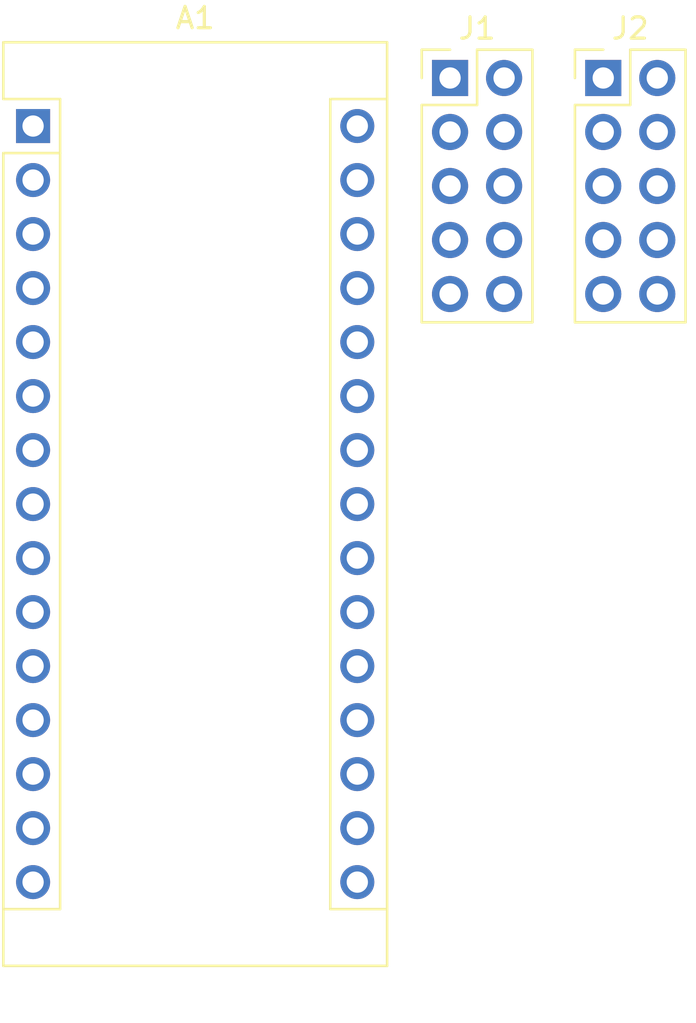
<source format=kicad_pcb>
(kicad_pcb (version 20171130) (host pcbnew "(5.1.6)-1")

  (general
    (thickness 1.6)
    (drawings 0)
    (tracks 0)
    (zones 0)
    (modules 3)
    (nets 45)
  )

  (page A4)
  (layers
    (0 F.Cu signal)
    (31 B.Cu signal)
    (32 B.Adhes user)
    (33 F.Adhes user)
    (34 B.Paste user)
    (35 F.Paste user)
    (36 B.SilkS user)
    (37 F.SilkS user)
    (38 B.Mask user)
    (39 F.Mask user)
    (40 Dwgs.User user)
    (41 Cmts.User user)
    (42 Eco1.User user)
    (43 Eco2.User user)
    (44 Edge.Cuts user)
    (45 Margin user)
    (46 B.CrtYd user)
    (47 F.CrtYd user)
    (48 B.Fab user)
    (49 F.Fab user)
  )

  (setup
    (last_trace_width 0.25)
    (trace_clearance 0.2)
    (zone_clearance 0.508)
    (zone_45_only no)
    (trace_min 0.2)
    (via_size 0.8)
    (via_drill 0.4)
    (via_min_size 0.4)
    (via_min_drill 0.3)
    (uvia_size 0.3)
    (uvia_drill 0.1)
    (uvias_allowed no)
    (uvia_min_size 0.2)
    (uvia_min_drill 0.1)
    (edge_width 0.05)
    (segment_width 0.2)
    (pcb_text_width 0.3)
    (pcb_text_size 1.5 1.5)
    (mod_edge_width 0.12)
    (mod_text_size 1 1)
    (mod_text_width 0.15)
    (pad_size 1.524 1.524)
    (pad_drill 0.762)
    (pad_to_mask_clearance 0.05)
    (aux_axis_origin 0 0)
    (visible_elements FFFFFF7F)
    (pcbplotparams
      (layerselection 0x010fc_ffffffff)
      (usegerberextensions false)
      (usegerberattributes true)
      (usegerberadvancedattributes true)
      (creategerberjobfile true)
      (excludeedgelayer true)
      (linewidth 0.100000)
      (plotframeref false)
      (viasonmask false)
      (mode 1)
      (useauxorigin false)
      (hpglpennumber 1)
      (hpglpenspeed 20)
      (hpglpendiameter 15.000000)
      (psnegative false)
      (psa4output false)
      (plotreference true)
      (plotvalue true)
      (plotinvisibletext false)
      (padsonsilk false)
      (subtractmaskfromsilk false)
      (outputformat 1)
      (mirror false)
      (drillshape 1)
      (scaleselection 1)
      (outputdirectory ""))
  )

  (net 0 "")
  (net 1 /SCLK)
  (net 2 /MISO)
  (net 3 "Net-(A1-Pad30)")
  (net 4 /MOSI)
  (net 5 "Net-(A1-Pad29)")
  (net 6 /DISPLAY_CS)
  (net 7 "Net-(A1-Pad28)")
  (net 8 "Net-(A1-Pad12)")
  (net 9 "Net-(A1-Pad27)")
  (net 10 /DISPLAY_RESET)
  (net 11 "Net-(A1-Pad26)")
  (net 12 "Net-(A1-Pad10)")
  (net 13 "Net-(A1-Pad25)")
  (net 14 "Net-(A1-Pad9)")
  (net 15 "Net-(A1-Pad24)")
  (net 16 "Net-(A1-Pad8)")
  (net 17 "Net-(A1-Pad23)")
  (net 18 /ENC_BTN)
  (net 19 "Net-(A1-Pad22)")
  (net 20 /ENC_3)
  (net 21 "Net-(A1-Pad21)")
  (net 22 /ENC_1)
  (net 23 "Net-(A1-Pad20)")
  (net 24 "Net-(A1-Pad4)")
  (net 25 "Net-(A1-Pad19)")
  (net 26 "Net-(A1-Pad3)")
  (net 27 "Net-(A1-Pad18)")
  (net 28 "Net-(A1-Pad2)")
  (net 29 "Net-(A1-Pad17)")
  (net 30 "Net-(A1-Pad1)")
  (net 31 /+5V)
  (net 32 GND)
  (net 33 "Net-(J1-Pad8)")
  (net 34 "Net-(J1-Pad7)")
  (net 35 "Net-(J1-Pad6)")
  (net 36 /BEEPER)
  (net 37 "Net-(J2-Pad10)")
  (net 38 /STOP_BTN)
  (net 39 "Net-(J2-Pad7)")
  (net 40 "Net-(J2-Pad6)")
  (net 41 /ENC_2)
  (net 42 "Net-(J2-Pad4)")
  (net 43 "Net-(J2-Pad2)")
  (net 44 "Net-(J2-Pad1)")

  (net_class Default "This is the default net class."
    (clearance 0.2)
    (trace_width 0.25)
    (via_dia 0.8)
    (via_drill 0.4)
    (uvia_dia 0.3)
    (uvia_drill 0.1)
    (add_net /+5V)
    (add_net /BEEPER)
    (add_net /DISPLAY_CS)
    (add_net /DISPLAY_RESET)
    (add_net /ENC_1)
    (add_net /ENC_2)
    (add_net /ENC_3)
    (add_net /ENC_BTN)
    (add_net /MISO)
    (add_net /MOSI)
    (add_net /SCLK)
    (add_net /STOP_BTN)
    (add_net GND)
    (add_net "Net-(A1-Pad1)")
    (add_net "Net-(A1-Pad10)")
    (add_net "Net-(A1-Pad12)")
    (add_net "Net-(A1-Pad17)")
    (add_net "Net-(A1-Pad18)")
    (add_net "Net-(A1-Pad19)")
    (add_net "Net-(A1-Pad2)")
    (add_net "Net-(A1-Pad20)")
    (add_net "Net-(A1-Pad21)")
    (add_net "Net-(A1-Pad22)")
    (add_net "Net-(A1-Pad23)")
    (add_net "Net-(A1-Pad24)")
    (add_net "Net-(A1-Pad25)")
    (add_net "Net-(A1-Pad26)")
    (add_net "Net-(A1-Pad27)")
    (add_net "Net-(A1-Pad28)")
    (add_net "Net-(A1-Pad29)")
    (add_net "Net-(A1-Pad3)")
    (add_net "Net-(A1-Pad30)")
    (add_net "Net-(A1-Pad4)")
    (add_net "Net-(A1-Pad8)")
    (add_net "Net-(A1-Pad9)")
    (add_net "Net-(J1-Pad6)")
    (add_net "Net-(J1-Pad7)")
    (add_net "Net-(J1-Pad8)")
    (add_net "Net-(J2-Pad1)")
    (add_net "Net-(J2-Pad10)")
    (add_net "Net-(J2-Pad2)")
    (add_net "Net-(J2-Pad4)")
    (add_net "Net-(J2-Pad6)")
    (add_net "Net-(J2-Pad7)")
  )

  (module Connector_PinHeader_2.54mm:PinHeader_2x05_P2.54mm_Vertical (layer F.Cu) (tedit 59FED5CC) (tstamp 5EDC3017)
    (at 95 45.94)
    (descr "Through hole straight pin header, 2x05, 2.54mm pitch, double rows")
    (tags "Through hole pin header THT 2x05 2.54mm double row")
    (path /5EDC0ED1)
    (fp_text reference J2 (at 1.27 -2.33) (layer F.SilkS)
      (effects (font (size 1 1) (thickness 0.15)))
    )
    (fp_text value EXP2 (at 1.27 12.49) (layer F.Fab)
      (effects (font (size 1 1) (thickness 0.15)))
    )
    (fp_text user %R (at 1.27 5.08 90) (layer F.Fab)
      (effects (font (size 1 1) (thickness 0.15)))
    )
    (fp_line (start 0 -1.27) (end 3.81 -1.27) (layer F.Fab) (width 0.1))
    (fp_line (start 3.81 -1.27) (end 3.81 11.43) (layer F.Fab) (width 0.1))
    (fp_line (start 3.81 11.43) (end -1.27 11.43) (layer F.Fab) (width 0.1))
    (fp_line (start -1.27 11.43) (end -1.27 0) (layer F.Fab) (width 0.1))
    (fp_line (start -1.27 0) (end 0 -1.27) (layer F.Fab) (width 0.1))
    (fp_line (start -1.33 11.49) (end 3.87 11.49) (layer F.SilkS) (width 0.12))
    (fp_line (start -1.33 1.27) (end -1.33 11.49) (layer F.SilkS) (width 0.12))
    (fp_line (start 3.87 -1.33) (end 3.87 11.49) (layer F.SilkS) (width 0.12))
    (fp_line (start -1.33 1.27) (end 1.27 1.27) (layer F.SilkS) (width 0.12))
    (fp_line (start 1.27 1.27) (end 1.27 -1.33) (layer F.SilkS) (width 0.12))
    (fp_line (start 1.27 -1.33) (end 3.87 -1.33) (layer F.SilkS) (width 0.12))
    (fp_line (start -1.33 0) (end -1.33 -1.33) (layer F.SilkS) (width 0.12))
    (fp_line (start -1.33 -1.33) (end 0 -1.33) (layer F.SilkS) (width 0.12))
    (fp_line (start -1.8 -1.8) (end -1.8 11.95) (layer F.CrtYd) (width 0.05))
    (fp_line (start -1.8 11.95) (end 4.35 11.95) (layer F.CrtYd) (width 0.05))
    (fp_line (start 4.35 11.95) (end 4.35 -1.8) (layer F.CrtYd) (width 0.05))
    (fp_line (start 4.35 -1.8) (end -1.8 -1.8) (layer F.CrtYd) (width 0.05))
    (pad 10 thru_hole oval (at 2.54 10.16) (size 1.7 1.7) (drill 1) (layers *.Cu *.Mask)
      (net 37 "Net-(J2-Pad10)"))
    (pad 9 thru_hole oval (at 0 10.16) (size 1.7 1.7) (drill 1) (layers *.Cu *.Mask)
      (net 32 GND))
    (pad 8 thru_hole oval (at 2.54 7.62) (size 1.7 1.7) (drill 1) (layers *.Cu *.Mask)
      (net 38 /STOP_BTN))
    (pad 7 thru_hole oval (at 0 7.62) (size 1.7 1.7) (drill 1) (layers *.Cu *.Mask)
      (net 39 "Net-(J2-Pad7)"))
    (pad 6 thru_hole oval (at 2.54 5.08) (size 1.7 1.7) (drill 1) (layers *.Cu *.Mask)
      (net 40 "Net-(J2-Pad6)"))
    (pad 5 thru_hole oval (at 0 5.08) (size 1.7 1.7) (drill 1) (layers *.Cu *.Mask)
      (net 41 /ENC_2))
    (pad 4 thru_hole oval (at 2.54 2.54) (size 1.7 1.7) (drill 1) (layers *.Cu *.Mask)
      (net 42 "Net-(J2-Pad4)"))
    (pad 3 thru_hole oval (at 0 2.54) (size 1.7 1.7) (drill 1) (layers *.Cu *.Mask)
      (net 22 /ENC_1))
    (pad 2 thru_hole oval (at 2.54 0) (size 1.7 1.7) (drill 1) (layers *.Cu *.Mask)
      (net 43 "Net-(J2-Pad2)"))
    (pad 1 thru_hole rect (at 0 0) (size 1.7 1.7) (drill 1) (layers *.Cu *.Mask)
      (net 44 "Net-(J2-Pad1)"))
    (model ${KISYS3DMOD}/Connector_PinHeader_2.54mm.3dshapes/PinHeader_2x05_P2.54mm_Vertical.wrl
      (at (xyz 0 0 0))
      (scale (xyz 1 1 1))
      (rotate (xyz 0 0 0))
    )
  )

  (module Connector_PinHeader_2.54mm:PinHeader_2x05_P2.54mm_Vertical (layer F.Cu) (tedit 59FED5CC) (tstamp 5EDC2FF7)
    (at 87.8 45.94)
    (descr "Through hole straight pin header, 2x05, 2.54mm pitch, double rows")
    (tags "Through hole pin header THT 2x05 2.54mm double row")
    (path /5EDBEF4B)
    (fp_text reference J1 (at 1.27 -2.33) (layer F.SilkS)
      (effects (font (size 1 1) (thickness 0.15)))
    )
    (fp_text value EXP1 (at 1.27 12.49) (layer F.Fab)
      (effects (font (size 1 1) (thickness 0.15)))
    )
    (fp_text user %R (at 1.27 5.08 90) (layer F.Fab)
      (effects (font (size 1 1) (thickness 0.15)))
    )
    (fp_line (start 0 -1.27) (end 3.81 -1.27) (layer F.Fab) (width 0.1))
    (fp_line (start 3.81 -1.27) (end 3.81 11.43) (layer F.Fab) (width 0.1))
    (fp_line (start 3.81 11.43) (end -1.27 11.43) (layer F.Fab) (width 0.1))
    (fp_line (start -1.27 11.43) (end -1.27 0) (layer F.Fab) (width 0.1))
    (fp_line (start -1.27 0) (end 0 -1.27) (layer F.Fab) (width 0.1))
    (fp_line (start -1.33 11.49) (end 3.87 11.49) (layer F.SilkS) (width 0.12))
    (fp_line (start -1.33 1.27) (end -1.33 11.49) (layer F.SilkS) (width 0.12))
    (fp_line (start 3.87 -1.33) (end 3.87 11.49) (layer F.SilkS) (width 0.12))
    (fp_line (start -1.33 1.27) (end 1.27 1.27) (layer F.SilkS) (width 0.12))
    (fp_line (start 1.27 1.27) (end 1.27 -1.33) (layer F.SilkS) (width 0.12))
    (fp_line (start 1.27 -1.33) (end 3.87 -1.33) (layer F.SilkS) (width 0.12))
    (fp_line (start -1.33 0) (end -1.33 -1.33) (layer F.SilkS) (width 0.12))
    (fp_line (start -1.33 -1.33) (end 0 -1.33) (layer F.SilkS) (width 0.12))
    (fp_line (start -1.8 -1.8) (end -1.8 11.95) (layer F.CrtYd) (width 0.05))
    (fp_line (start -1.8 11.95) (end 4.35 11.95) (layer F.CrtYd) (width 0.05))
    (fp_line (start 4.35 11.95) (end 4.35 -1.8) (layer F.CrtYd) (width 0.05))
    (fp_line (start 4.35 -1.8) (end -1.8 -1.8) (layer F.CrtYd) (width 0.05))
    (pad 10 thru_hole oval (at 2.54 10.16) (size 1.7 1.7) (drill 1) (layers *.Cu *.Mask)
      (net 31 /+5V))
    (pad 9 thru_hole oval (at 0 10.16) (size 1.7 1.7) (drill 1) (layers *.Cu *.Mask)
      (net 32 GND))
    (pad 8 thru_hole oval (at 2.54 7.62) (size 1.7 1.7) (drill 1) (layers *.Cu *.Mask)
      (net 33 "Net-(J1-Pad8)"))
    (pad 7 thru_hole oval (at 0 7.62) (size 1.7 1.7) (drill 1) (layers *.Cu *.Mask)
      (net 34 "Net-(J1-Pad7)"))
    (pad 6 thru_hole oval (at 2.54 5.08) (size 1.7 1.7) (drill 1) (layers *.Cu *.Mask)
      (net 35 "Net-(J1-Pad6)"))
    (pad 5 thru_hole oval (at 0 5.08) (size 1.7 1.7) (drill 1) (layers *.Cu *.Mask)
      (net 1 /SCLK))
    (pad 4 thru_hole oval (at 2.54 2.54) (size 1.7 1.7) (drill 1) (layers *.Cu *.Mask)
      (net 6 /DISPLAY_CS))
    (pad 3 thru_hole oval (at 0 2.54) (size 1.7 1.7) (drill 1) (layers *.Cu *.Mask)
      (net 4 /MOSI))
    (pad 2 thru_hole oval (at 2.54 0) (size 1.7 1.7) (drill 1) (layers *.Cu *.Mask)
      (net 18 /ENC_BTN))
    (pad 1 thru_hole rect (at 0 0) (size 1.7 1.7) (drill 1) (layers *.Cu *.Mask)
      (net 36 /BEEPER))
    (model ${KISYS3DMOD}/Connector_PinHeader_2.54mm.3dshapes/PinHeader_2x05_P2.54mm_Vertical.wrl
      (at (xyz 0 0 0))
      (scale (xyz 1 1 1))
      (rotate (xyz 0 0 0))
    )
  )

  (module Module:Arduino_Nano (layer F.Cu) (tedit 58ACAF70) (tstamp 5EDC2FD7)
    (at 68.2 48.2)
    (descr "Arduino Nano, http://www.mouser.com/pdfdocs/Gravitech_Arduino_Nano3_0.pdf")
    (tags "Arduino Nano")
    (path /5EDBD8D5)
    (fp_text reference A1 (at 7.62 -5.08) (layer F.SilkS)
      (effects (font (size 1 1) (thickness 0.15)))
    )
    (fp_text value Arduino_Nano_v3.x (at 8.89 19.05 90) (layer F.Fab)
      (effects (font (size 1 1) (thickness 0.15)))
    )
    (fp_text user %R (at 6.35 19.05 90) (layer F.Fab)
      (effects (font (size 1 1) (thickness 0.15)))
    )
    (fp_line (start 1.27 1.27) (end 1.27 -1.27) (layer F.SilkS) (width 0.12))
    (fp_line (start 1.27 -1.27) (end -1.4 -1.27) (layer F.SilkS) (width 0.12))
    (fp_line (start -1.4 1.27) (end -1.4 39.5) (layer F.SilkS) (width 0.12))
    (fp_line (start -1.4 -3.94) (end -1.4 -1.27) (layer F.SilkS) (width 0.12))
    (fp_line (start 13.97 -1.27) (end 16.64 -1.27) (layer F.SilkS) (width 0.12))
    (fp_line (start 13.97 -1.27) (end 13.97 36.83) (layer F.SilkS) (width 0.12))
    (fp_line (start 13.97 36.83) (end 16.64 36.83) (layer F.SilkS) (width 0.12))
    (fp_line (start 1.27 1.27) (end -1.4 1.27) (layer F.SilkS) (width 0.12))
    (fp_line (start 1.27 1.27) (end 1.27 36.83) (layer F.SilkS) (width 0.12))
    (fp_line (start 1.27 36.83) (end -1.4 36.83) (layer F.SilkS) (width 0.12))
    (fp_line (start 3.81 31.75) (end 11.43 31.75) (layer F.Fab) (width 0.1))
    (fp_line (start 11.43 31.75) (end 11.43 41.91) (layer F.Fab) (width 0.1))
    (fp_line (start 11.43 41.91) (end 3.81 41.91) (layer F.Fab) (width 0.1))
    (fp_line (start 3.81 41.91) (end 3.81 31.75) (layer F.Fab) (width 0.1))
    (fp_line (start -1.4 39.5) (end 16.64 39.5) (layer F.SilkS) (width 0.12))
    (fp_line (start 16.64 39.5) (end 16.64 -3.94) (layer F.SilkS) (width 0.12))
    (fp_line (start 16.64 -3.94) (end -1.4 -3.94) (layer F.SilkS) (width 0.12))
    (fp_line (start 16.51 39.37) (end -1.27 39.37) (layer F.Fab) (width 0.1))
    (fp_line (start -1.27 39.37) (end -1.27 -2.54) (layer F.Fab) (width 0.1))
    (fp_line (start -1.27 -2.54) (end 0 -3.81) (layer F.Fab) (width 0.1))
    (fp_line (start 0 -3.81) (end 16.51 -3.81) (layer F.Fab) (width 0.1))
    (fp_line (start 16.51 -3.81) (end 16.51 39.37) (layer F.Fab) (width 0.1))
    (fp_line (start -1.53 -4.06) (end 16.75 -4.06) (layer F.CrtYd) (width 0.05))
    (fp_line (start -1.53 -4.06) (end -1.53 42.16) (layer F.CrtYd) (width 0.05))
    (fp_line (start 16.75 42.16) (end 16.75 -4.06) (layer F.CrtYd) (width 0.05))
    (fp_line (start 16.75 42.16) (end -1.53 42.16) (layer F.CrtYd) (width 0.05))
    (pad 16 thru_hole oval (at 15.24 35.56) (size 1.6 1.6) (drill 1) (layers *.Cu *.Mask)
      (net 1 /SCLK))
    (pad 15 thru_hole oval (at 0 35.56) (size 1.6 1.6) (drill 1) (layers *.Cu *.Mask)
      (net 2 /MISO))
    (pad 30 thru_hole oval (at 15.24 0) (size 1.6 1.6) (drill 1) (layers *.Cu *.Mask)
      (net 3 "Net-(A1-Pad30)"))
    (pad 14 thru_hole oval (at 0 33.02) (size 1.6 1.6) (drill 1) (layers *.Cu *.Mask)
      (net 4 /MOSI))
    (pad 29 thru_hole oval (at 15.24 2.54) (size 1.6 1.6) (drill 1) (layers *.Cu *.Mask)
      (net 5 "Net-(A1-Pad29)"))
    (pad 13 thru_hole oval (at 0 30.48) (size 1.6 1.6) (drill 1) (layers *.Cu *.Mask)
      (net 6 /DISPLAY_CS))
    (pad 28 thru_hole oval (at 15.24 5.08) (size 1.6 1.6) (drill 1) (layers *.Cu *.Mask)
      (net 7 "Net-(A1-Pad28)"))
    (pad 12 thru_hole oval (at 0 27.94) (size 1.6 1.6) (drill 1) (layers *.Cu *.Mask)
      (net 8 "Net-(A1-Pad12)"))
    (pad 27 thru_hole oval (at 15.24 7.62) (size 1.6 1.6) (drill 1) (layers *.Cu *.Mask)
      (net 9 "Net-(A1-Pad27)"))
    (pad 11 thru_hole oval (at 0 25.4) (size 1.6 1.6) (drill 1) (layers *.Cu *.Mask)
      (net 10 /DISPLAY_RESET))
    (pad 26 thru_hole oval (at 15.24 10.16) (size 1.6 1.6) (drill 1) (layers *.Cu *.Mask)
      (net 11 "Net-(A1-Pad26)"))
    (pad 10 thru_hole oval (at 0 22.86) (size 1.6 1.6) (drill 1) (layers *.Cu *.Mask)
      (net 12 "Net-(A1-Pad10)"))
    (pad 25 thru_hole oval (at 15.24 12.7) (size 1.6 1.6) (drill 1) (layers *.Cu *.Mask)
      (net 13 "Net-(A1-Pad25)"))
    (pad 9 thru_hole oval (at 0 20.32) (size 1.6 1.6) (drill 1) (layers *.Cu *.Mask)
      (net 14 "Net-(A1-Pad9)"))
    (pad 24 thru_hole oval (at 15.24 15.24) (size 1.6 1.6) (drill 1) (layers *.Cu *.Mask)
      (net 15 "Net-(A1-Pad24)"))
    (pad 8 thru_hole oval (at 0 17.78) (size 1.6 1.6) (drill 1) (layers *.Cu *.Mask)
      (net 16 "Net-(A1-Pad8)"))
    (pad 23 thru_hole oval (at 15.24 17.78) (size 1.6 1.6) (drill 1) (layers *.Cu *.Mask)
      (net 17 "Net-(A1-Pad23)"))
    (pad 7 thru_hole oval (at 0 15.24) (size 1.6 1.6) (drill 1) (layers *.Cu *.Mask)
      (net 18 /ENC_BTN))
    (pad 22 thru_hole oval (at 15.24 20.32) (size 1.6 1.6) (drill 1) (layers *.Cu *.Mask)
      (net 19 "Net-(A1-Pad22)"))
    (pad 6 thru_hole oval (at 0 12.7) (size 1.6 1.6) (drill 1) (layers *.Cu *.Mask)
      (net 20 /ENC_3))
    (pad 21 thru_hole oval (at 15.24 22.86) (size 1.6 1.6) (drill 1) (layers *.Cu *.Mask)
      (net 21 "Net-(A1-Pad21)"))
    (pad 5 thru_hole oval (at 0 10.16) (size 1.6 1.6) (drill 1) (layers *.Cu *.Mask)
      (net 22 /ENC_1))
    (pad 20 thru_hole oval (at 15.24 25.4) (size 1.6 1.6) (drill 1) (layers *.Cu *.Mask)
      (net 23 "Net-(A1-Pad20)"))
    (pad 4 thru_hole oval (at 0 7.62) (size 1.6 1.6) (drill 1) (layers *.Cu *.Mask)
      (net 24 "Net-(A1-Pad4)"))
    (pad 19 thru_hole oval (at 15.24 27.94) (size 1.6 1.6) (drill 1) (layers *.Cu *.Mask)
      (net 25 "Net-(A1-Pad19)"))
    (pad 3 thru_hole oval (at 0 5.08) (size 1.6 1.6) (drill 1) (layers *.Cu *.Mask)
      (net 26 "Net-(A1-Pad3)"))
    (pad 18 thru_hole oval (at 15.24 30.48) (size 1.6 1.6) (drill 1) (layers *.Cu *.Mask)
      (net 27 "Net-(A1-Pad18)"))
    (pad 2 thru_hole oval (at 0 2.54) (size 1.6 1.6) (drill 1) (layers *.Cu *.Mask)
      (net 28 "Net-(A1-Pad2)"))
    (pad 17 thru_hole oval (at 15.24 33.02) (size 1.6 1.6) (drill 1) (layers *.Cu *.Mask)
      (net 29 "Net-(A1-Pad17)"))
    (pad 1 thru_hole rect (at 0 0) (size 1.6 1.6) (drill 1) (layers *.Cu *.Mask)
      (net 30 "Net-(A1-Pad1)"))
    (model ${KISYS3DMOD}/Module.3dshapes/Arduino_Nano_WithMountingHoles.wrl
      (at (xyz 0 0 0))
      (scale (xyz 1 1 1))
      (rotate (xyz 0 0 0))
    )
  )

)

</source>
